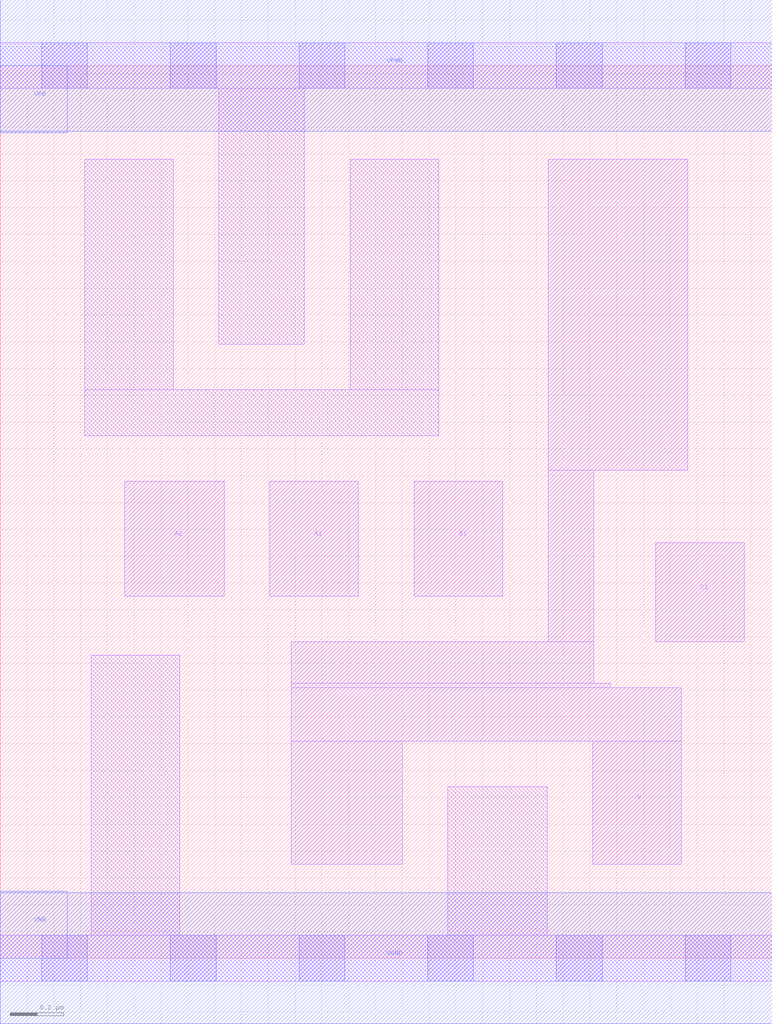
<source format=lef>
# Copyright 2020 The SkyWater PDK Authors
#
# Licensed under the Apache License, Version 2.0 (the "License");
# you may not use this file except in compliance with the License.
# You may obtain a copy of the License at
#
#     https://www.apache.org/licenses/LICENSE-2.0
#
# Unless required by applicable law or agreed to in writing, software
# distributed under the License is distributed on an "AS IS" BASIS,
# WITHOUT WARRANTIES OR CONDITIONS OF ANY KIND, either express or implied.
# See the License for the specific language governing permissions and
# limitations under the License.
#
# SPDX-License-Identifier: Apache-2.0

VERSION 5.5 ;
NAMESCASESENSITIVE ON ;
BUSBITCHARS "[]" ;
DIVIDERCHAR "/" ;
MACRO sky130_fd_sc_hs__a211oi_1
  CLASS CORE ;
  SOURCE USER ;
  ORIGIN  0.000000  0.000000 ;
  SIZE  2.880000 BY  3.330000 ;
  SYMMETRY X Y ;
  SITE unit ;
  PIN A1
    ANTENNAGATEAREA  0.279000 ;
    DIRECTION INPUT ;
    USE SIGNAL ;
    PORT
      LAYER li1 ;
        RECT 1.005000 1.350000 1.335000 1.780000 ;
    END
  END A1
  PIN A2
    ANTENNAGATEAREA  0.279000 ;
    DIRECTION INPUT ;
    USE SIGNAL ;
    PORT
      LAYER li1 ;
        RECT 0.465000 1.350000 0.835000 1.780000 ;
    END
  END A2
  PIN B1
    ANTENNAGATEAREA  0.279000 ;
    DIRECTION INPUT ;
    USE SIGNAL ;
    PORT
      LAYER li1 ;
        RECT 1.545000 1.350000 1.875000 1.780000 ;
    END
  END B1
  PIN C1
    ANTENNAGATEAREA  0.279000 ;
    DIRECTION INPUT ;
    USE SIGNAL ;
    PORT
      LAYER li1 ;
        RECT 2.445000 1.180000 2.775000 1.550000 ;
    END
  END C1
  PIN Y
    ANTENNADIFFAREA  0.792700 ;
    DIRECTION OUTPUT ;
    USE SIGNAL ;
    PORT
      LAYER li1 ;
        RECT 1.085000 0.350000 1.500000 0.810000 ;
        RECT 1.085000 0.810000 2.540000 1.010000 ;
        RECT 1.085000 1.010000 2.275000 1.025000 ;
        RECT 1.085000 1.025000 2.215000 1.180000 ;
        RECT 2.045000 1.180000 2.215000 1.820000 ;
        RECT 2.045000 1.820000 2.565000 2.980000 ;
        RECT 2.210000 0.350000 2.540000 0.810000 ;
    END
  END Y
  PIN VGND
    DIRECTION INOUT ;
    USE GROUND ;
    PORT
      LAYER met1 ;
        RECT 0.000000 -0.245000 2.880000 0.245000 ;
    END
  END VGND
  PIN VNB
    DIRECTION INOUT ;
    USE GROUND ;
    PORT
      LAYER met1 ;
        RECT 0.000000 0.000000 0.250000 0.250000 ;
    END
  END VNB
  PIN VPB
    DIRECTION INOUT ;
    USE POWER ;
    PORT
      LAYER met1 ;
        RECT 0.000000 3.080000 0.250000 3.330000 ;
    END
  END VPB
  PIN VPWR
    DIRECTION INOUT ;
    USE POWER ;
    PORT
      LAYER met1 ;
        RECT 0.000000 3.085000 2.880000 3.575000 ;
    END
  END VPWR
  OBS
    LAYER li1 ;
      RECT 0.000000 -0.085000 2.880000 0.085000 ;
      RECT 0.000000  3.245000 2.880000 3.415000 ;
      RECT 0.315000  1.950000 1.635000 2.120000 ;
      RECT 0.315000  2.120000 0.645000 2.980000 ;
      RECT 0.340000  0.085000 0.670000 1.130000 ;
      RECT 0.815000  2.290000 1.135000 3.245000 ;
      RECT 1.305000  2.120000 1.635000 2.980000 ;
      RECT 1.670000  0.085000 2.040000 0.640000 ;
    LAYER mcon ;
      RECT 0.155000 -0.085000 0.325000 0.085000 ;
      RECT 0.155000  3.245000 0.325000 3.415000 ;
      RECT 0.635000 -0.085000 0.805000 0.085000 ;
      RECT 0.635000  3.245000 0.805000 3.415000 ;
      RECT 1.115000 -0.085000 1.285000 0.085000 ;
      RECT 1.115000  3.245000 1.285000 3.415000 ;
      RECT 1.595000 -0.085000 1.765000 0.085000 ;
      RECT 1.595000  3.245000 1.765000 3.415000 ;
      RECT 2.075000 -0.085000 2.245000 0.085000 ;
      RECT 2.075000  3.245000 2.245000 3.415000 ;
      RECT 2.555000 -0.085000 2.725000 0.085000 ;
      RECT 2.555000  3.245000 2.725000 3.415000 ;
  END
END sky130_fd_sc_hs__a211oi_1
END LIBRARY

</source>
